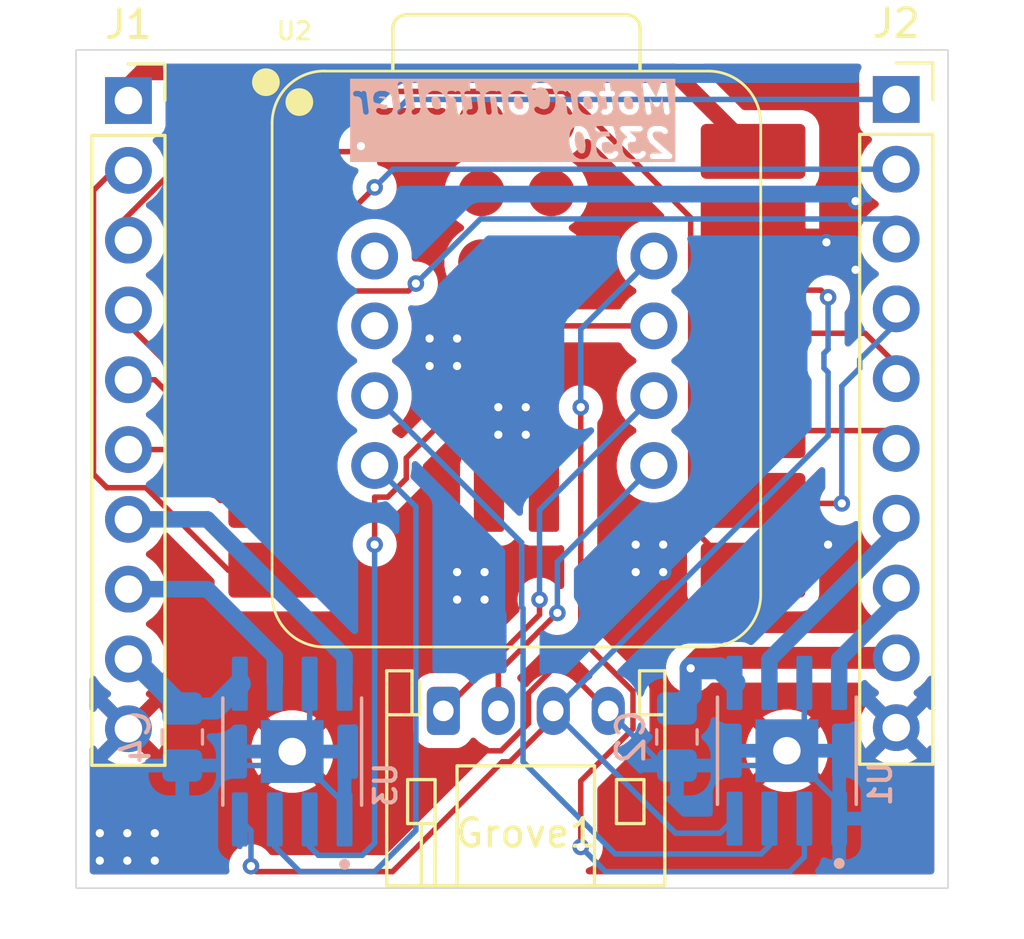
<source format=kicad_pcb>
(kicad_pcb (version 20241229) (generator "pcbnew") (generator_version "9.0")
  (layers (0 "F.Cu" signal) (2 "B.Cu" signal) (13 "F.Paste" user) (15 "B.Paste" user) (5 "F.SilkS" user "F.Silkscreen") (7 "B.SilkS" user "B.Silkscreen") (1 "F.Mask" user) (3 "B.Mask" user) (25 "Edge.Cuts" user))
  (net 0 "")
  (net 1 "GND")
  (net 2 "+BATT")
  (net 3 "/PICO_TX")
  (net 4 "/PICO_RX")
  (net 5 "/MOTOR1_ENC_A")
  (net 6 "/MOTOR1_ENC_B")
  (net 7 "/MOTOR1_OUT1")
  (net 8 "/SERVO_PWM")
  (net 9 "/MOTOR1_OUT2")
  (net 10 "+5V")
  (net 11 "/ADC0")
  (net 12 "/MOTOR2_OUT2")
  (net 13 "/ADC2")
  (net 14 "/MOTOR2_OUT1")
  (net 15 "/MOTOR2_ENC_B")
  (net 16 "/ADC1")
  (net 17 "/PHOTO")
  (net 18 "/MOTOR2_ENC_A")
  (net 19 "/MOTOR2_IN2")
  (net 20 "/MOTOR2_IN1")
  (net 21 "/MOTOR1_IN2")
  (net 22 "/MOTOR1_IN1")
  (net 23 "VCC")
  (net 24 "/SCL0")
  (net 25 "/SDA0")
  (net 35 "+BATT1")
  (footprint "Connector_PinSocket_2.54mm:PinSocket_1x10_P2.54mm_Vertical" (layer "F.Cu") (at 86.51 23.895)
    (property "Reference" "J2" (at 0 -2.77 0) (layer "F.SilkS"))
    (property "Value" "Conn_01x10")
    (fp_line (start -1.33 1.27) (end -1.33 24.19) (stroke (width 0.12)) (layer "F.SilkS"))
    (fp_line (start -1.33 1.27) (end 1.33 1.27) (stroke (width 0.12)) (layer "F.SilkS"))
    (fp_line (start -1.33 24.19) (end 1.33 24.19) (stroke (width 0.12)) (layer "F.SilkS"))
    (fp_line (start 0 -1.33) (end 1.33 -1.33) (stroke (width 0.12)) (layer "F.SilkS"))
    (fp_line (start 1.33 -1.33) (end 1.33 0) (stroke (width 0.12)) (layer "F.SilkS"))
    (fp_line (start 1.33 1.27) (end 1.33 24.19) (stroke (width 0.12)) (layer "F.SilkS"))
    (pad "1" thru_hole rect (at 0 0) (size 1.7 1.7) (drill 1) (layers "*.Cu" "*.Mask") (net 11 "/ADC0"))
    (pad "2" thru_hole circle (at 0 2.54) (size 1.7 1.7) (drill 1) (layers "*.Cu" "*.Mask") (net 16 "/ADC1"))
    (pad "3" thru_hole circle (at 0 5.08) (size 1.7 1.7) (drill 1) (layers "*.Cu" "*.Mask") (net 13 "/ADC2"))
    (pad "4" thru_hole circle (at 0 7.62) (size 1.7 1.7) (drill 1) (layers "*.Cu" "*.Mask") (net 17 "/PHOTO"))
    (pad "5" thru_hole circle (at 0 10.16) (size 1.7 1.7) (drill 1) (layers "*.Cu" "*.Mask") (net 18 "/MOTOR2_ENC_A"))
    (pad "6" thru_hole circle (at 0 12.7) (size 1.7 1.7) (drill 1) (layers "*.Cu" "*.Mask") (net 15 "/MOTOR2_ENC_B"))
    (pad "7" thru_hole circle (at 0 15.24) (size 1.7 1.7) (drill 1) (layers "*.Cu" "*.Mask") (net 14 "/MOTOR2_OUT1"))
    (pad "8" thru_hole circle (at 0 17.78) (size 1.7 1.7) (drill 1) (layers "*.Cu" "*.Mask") (net 12 "/MOTOR2_OUT2"))
    (pad "9" thru_hole circle (at 0 20.32) (size 1.7 1.7) (drill 1) (layers "*.Cu" "*.Mask") (net 35 "+BATT1"))
    (pad "10" thru_hole circle (at 0 22.86) (size 1.7 1.7) (drill 1) (layers "*.Cu" "*.Mask") (net 1 "GND"))
  )
  (footprint "Connector_JST:JST_PH_S4B-PH-K_1x04_P2.00mm_Horizontal" (layer "F.Cu") (at 70.03 46.145)
    (property "Reference" "Grove1" (at 3 4.45 0) (layer "F.SilkS"))
    (property "Value" "Conn_01x04")
    (fp_line (start -2.06 -1.46) (end -2.06 6.36) (stroke (width 0.12)) (layer "F.SilkS"))
    (fp_line (start -2.06 0.14) (end -1.14 0.14) (stroke (width 0.12)) (layer "F.SilkS"))
    (fp_line (start -2.06 6.36) (end 8.06 6.36) (stroke (width 0.12)) (layer "F.SilkS"))
    (fp_line (start -1.3 2.5) (end -1.3 4.1) (stroke (width 0.12)) (layer "F.SilkS"))
    (fp_line (start -1.3 4.1) (end -0.3 4.1) (stroke (width 0.12)) (layer "F.SilkS"))
    (fp_line (start -1.14 -1.46) (end -2.06 -1.46) (stroke (width 0.12)) (layer "F.SilkS"))
    (fp_line (start -1.14 0.14) (end -1.14 -1.46) (stroke (width 0.12)) (layer "F.SilkS"))
    (fp_line (start -0.86 0.14) (end -1.14 0.14) (stroke (width 0.12)) (layer "F.SilkS"))
    (fp_line (start -0.86 0.14) (end -0.86 -1.075) (stroke (width 0.12)) (layer "F.SilkS"))
    (fp_line (start -0.8 4.1) (end -0.8 6.36) (stroke (width 0.12)) (layer "F.SilkS"))
    (fp_line (start -0.3 2.5) (end -1.3 2.5) (stroke (width 0.12)) (layer "F.SilkS"))
    (fp_line (start -0.3 4.1) (end -0.3 2.5) (stroke (width 0.12)) (layer "F.SilkS"))
    (fp_line (start -0.3 4.1) (end -0.3 6.36) (stroke (width 0.12)) (layer "F.SilkS"))
    (fp_line (start 0.5 2) (end 5.5 2) (stroke (width 0.12)) (layer "F.SilkS"))
    (fp_line (start 0.5 6.36) (end 0.5 2) (stroke (width 0.12)) (layer "F.SilkS"))
    (fp_line (start 5.5 2) (end 5.5 6.36) (stroke (width 0.12)) (layer "F.SilkS"))
    (fp_line (start 6.3 2.5) (end 7.3 2.5) (stroke (width 0.12)) (layer "F.SilkS"))
    (fp_line (start 6.3 4.1) (end 6.3 2.5) (stroke (width 0.12)) (layer "F.SilkS"))
    (fp_line (start 7.14 -1.46) (end 7.14 0.14) (stroke (width 0.12)) (layer "F.SilkS"))
    (fp_line (start 7.14 0.14) (end 6.86 0.14) (stroke (width 0.12)) (layer "F.SilkS"))
    (fp_line (start 7.3 2.5) (end 7.3 4.1) (stroke (width 0.12)) (layer "F.SilkS"))
    (fp_line (start 7.3 4.1) (end 6.3 4.1) (stroke (width 0.12)) (layer "F.SilkS"))
    (fp_line (start 8.06 -1.46) (end 7.14 -1.46) (stroke (width 0.12)) (layer "F.SilkS"))
    (fp_line (start 8.06 0.14) (end 7.14 0.14) (stroke (width 0.12)) (layer "F.SilkS"))
    (fp_line (start 8.06 6.36) (end 8.06 -1.46) (stroke (width 0.12)) (layer "F.SilkS"))
    (pad "1" thru_hole roundrect (at 0 0) (size 1.2 1.75) (drill 0.75) (layers "*.Cu" "*.Mask") (roundrect_rratio 0.208333) (net 24 "/SCL0"))
    (pad "2" thru_hole oval (at 2 0) (size 1.2 1.75) (drill 0.75) (layers "*.Cu" "*.Mask") (net 25 "/SDA0"))
    (pad "3" thru_hole oval (at 4 0) (size 1.2 1.75) (drill 0.75) (layers "*.Cu" "*.Mask") (net 23 "VCC"))
    (pad "4" thru_hole oval (at 6 0) (size 1.2 1.75) (drill 0.75) (layers "*.Cu" "*.Mask") (net 1 "GND"))
  )
  (footprint "Connector_PinSocket_2.54mm:PinSocket_1x10_P2.54mm_Vertical" (layer "F.Cu") (at 58.57 23.935)
    (property "Reference" "J1" (at 0 -2.77 0) (layer "F.SilkS"))
    (property "Value" "Conn_01x10")
    (fp_line (start -1.33 1.27) (end -1.33 24.19) (stroke (width 0.12)) (layer "F.SilkS"))
    (fp_line (start -1.33 1.27) (end 1.33 1.27) (stroke (width 0.12)) (layer "F.SilkS"))
    (fp_line (start -1.33 24.19) (end 1.33 24.19) (stroke (width 0.12)) (layer "F.SilkS"))
    (fp_line (start 0 -1.33) (end 1.33 -1.33) (stroke (width 0.12)) (layer "F.SilkS"))
    (fp_line (start 1.33 -1.33) (end 1.33 0) (stroke (width 0.12)) (layer "F.SilkS"))
    (fp_line (start 1.33 1.27) (end 1.33 24.19) (stroke (width 0.12)) (layer "F.SilkS"))
    (pad "1" thru_hole rect (at 0 0) (size 1.7 1.7) (drill 1) (layers "*.Cu" "*.Mask") (net 10 "+5V"))
    (pad "2" thru_hole circle (at 0 2.54) (size 1.7 1.7) (drill 1) (layers "*.Cu" "*.Mask") (net 3 "/PICO_TX"))
    (pad "3" thru_hole circle (at 0 5.08) (size 1.7 1.7) (drill 1) (layers "*.Cu" "*.Mask") (net 4 "/PICO_RX"))
    (pad "4" thru_hole circle (at 0 7.62) (size 1.7 1.7) (drill 1) (layers "*.Cu" "*.Mask") (net 8 "/SERVO_PWM"))
    (pad "5" thru_hole circle (at 0 10.16) (size 1.7 1.7) (drill 1) (layers "*.Cu" "*.Mask") (net 5 "/MOTOR1_ENC_A"))
    (pad "6" thru_hole circle (at 0 12.7) (size 1.7 1.7) (drill 1) (layers "*.Cu" "*.Mask") (net 6 "/MOTOR1_ENC_B"))
    (pad "7" thru_hole circle (at 0 15.24) (size 1.7 1.7) (drill 1) (layers "*.Cu" "*.Mask") (net 7 "/MOTOR1_OUT1"))
    (pad "8" thru_hole circle (at 0 17.78) (size 1.7 1.7) (drill 1) (layers "*.Cu" "*.Mask") (net 9 "/MOTOR1_OUT2"))
    (pad "9" thru_hole circle (at 0 20.32) (size 1.7 1.7) (drill 1) (layers "*.Cu" "*.Mask") (net 2 "+BATT"))
    (pad "10" thru_hole circle (at 0 22.86) (size 1.7 1.7) (drill 1) (layers "*.Cu" "*.Mask") (net 1 "GND"))
  )
  (footprint "Seeed Studio XIAO Series Library:XIAO-RP2350-SMD" (layer "F.Cu") (at 72.606506 33.405)
    (property "Reference" "U2" (at -8 -12 0) (layer "F.SilkS") (effects (font (size 0.635 0.635) (thickness 0.1016))))
    (property "Value" "XIAO-RP2350-SMD")
    (fp_line (start -8.8075 8.509) (end -8.8075 -8.636) (stroke (width 0.1)) (layer "F.SilkS"))
    (fp_line (start -6.9025 10.414) (end 7.0675 10.414) (stroke (width 0.1)) (layer "F.SilkS"))
    (fp_line (start -4.4155 -10.553) (end -4.414784 -12.094284) (stroke (width 0.127)) (layer "F.SilkS"))
    (fp_line (start -3.914784 -12.594012) (end 4.080488 -12.594012) (stroke (width 0.127)) (layer "F.SilkS"))
    (fp_line (start 4.580488 -12.094012) (end 4.5815 -10.55) (stroke (width 0.127)) (layer "F.SilkS"))
    (fp_line (start 7.0675 -10.541) (end -6.9025 -10.541) (stroke (width 0.1)) (layer "F.SilkS"))
    (fp_line (start 8.9725 8.509) (end 8.9725 -8.636) (stroke (width 0.1)) (layer "F.SilkS"))
    (fp_arc (start -8.8075 -8.64) (mid -8.249538 -9.987038) (end -6.9025 -10.545) (stroke (width 0.1)) (layer "F.SilkS"))
    (fp_arc (start -6.9025 10.414) (mid -8.249538 9.856038) (end -8.8075 8.509) (stroke (width 0.1)) (layer "F.SilkS"))
    (fp_arc (start -4.414784 -12.094284) (mid -4.268207 -12.447619) (end -3.914784 -12.594012) (stroke (width 0.127)) (layer "F.SilkS"))
    (fp_arc (start 4.080488 -12.594012) (mid 4.434053 -12.44757) (end 4.580488 -12.094012) (stroke (width 0.127)) (layer "F.SilkS"))
    (fp_arc (start 7.0675 -10.541) (mid 8.414538 -9.983038) (end 8.9725 -8.636) (stroke (width 0.1)) (layer "F.SilkS"))
    (fp_arc (start 8.9725 8.509) (mid 8.414538 9.856038) (end 7.0675 10.414) (stroke (width 0.1)) (layer "F.SilkS"))
    (fp_circle (center -9.033512 -10.137012) (end -9.033512 -10.391012) (stroke (width 0.5)) (fill yes) (layer "F.SilkS"))
    (fp_circle (center -7.816512 -9.414012) (end -7.816512 -9.668012) (stroke (width 0.5)) (fill yes) (layer "F.SilkS"))
    (pad "1" smd roundrect (at -8.5125 -7.61 180) (size 3.775 2.02) (layers "F.Cu" "F.Mask" "F.Paste") (roundrect_rratio 0.1) (net 11 "/ADC0"))
    (pad "2" smd roundrect (at -8.5125 -5.08 180) (size 3.775 2) (layers "F.Cu" "F.Mask" "F.Paste") (roundrect_rratio 0.1) (net 16 "/ADC1"))
    (pad "3" smd roundrect (at -8.5125 -2.54 180) (size 3.775 2) (layers "F.Cu" "F.Mask" "F.Paste") (roundrect_rratio 0.1) (net 13 "/ADC2"))
    (pad "4" smd roundrect (at -8.5125 0 180) (size 3.775 2) (layers "F.Cu" "F.Mask" "F.Paste") (roundrect_rratio 0.1) (net 8 "/SERVO_PWM"))
    (pad "5" smd roundrect (at -8.5125 2.54 180) (size 3.775 2) (layers "F.Cu" "F.Mask" "F.Paste") (roundrect_rratio 0.1) (net 5 "/MOTOR1_ENC_A"))
    (pad "6" smd roundrect (at -8.5125 5.08 180) (size 3.775 2) (layers "F.Cu" "F.Mask" "F.Paste") (roundrect_rratio 0.1) (net 6 "/MOTOR1_ENC_B"))
    (pad "7" smd roundrect (at -8.5125 7.62 180) (size 3.775 2) (layers "F.Cu" "F.Mask" "F.Paste") (roundrect_rratio 0.1) (net 3 "/PICO_TX"))
    (pad "8" smd roundrect (at 8.695 7.62) (size 3.81 2) (layers "F.Cu" "F.Mask" "F.Paste") (roundrect_rratio 0.1) (net 4 "/PICO_RX"))
    (pad "9" smd roundrect (at 8.695 5.08) (size 3.81 2) (layers "F.Cu" "F.Mask" "F.Paste") (roundrect_rratio 0.1) (net 17 "/PHOTO"))
    (pad "10" smd roundrect (at 8.695 2.54) (size 3.81 2) (layers "F.Cu" "F.Mask" "F.Paste") (roundrect_rratio 0.1) (net 15 "/MOTOR2_ENC_B"))
    (pad "11" smd roundrect (at 8.695 0) (size 3.81 2) (layers "F.Cu" "F.Mask" "F.Paste") (roundrect_rratio 0.1) (net 18 "/MOTOR2_ENC_A"))
    (pad "12" smd roundrect (at 8.695 -2.57) (size 3.81 1.94) (layers "F.Cu" "F.Mask" "F.Paste") (roundrect_rratio 0.1) (net 23 "VCC"))
    (pad "13" smd roundrect (at 8.695 -5.14) (size 3.81 1.88) (layers "F.Cu" "F.Mask" "F.Paste") (roundrect_rratio 0.1) (net 1 "GND"))
    (pad "14" smd roundrect (at 8.695 -7.62) (size 3.81 2) (layers "F.Cu" "F.Mask" "F.Paste") (roundrect_rratio 0.1) (net 10 "+5V"))
    (pad "15" thru_hole circle (at 5.083494 -3.81 180) (size 1.7 1.7) (drill 1) (layers "*.Cu" "*.Mask") (net 19 "/MOTOR2_IN2"))
    (pad "16" thru_hole circle (at 5.083494 -1.27 180) (size 1.7 1.7) (drill 1) (layers "*.Cu" "*.Mask") (net 22 "/MOTOR1_IN1"))
    (pad "17" thru_hole circle (at 5.083494 1.27 180) (size 1.7 1.7) (drill 1) (layers "*.Cu" "*.Mask") (net 24 "/SCL0"))
    (pad "18" thru_hole circle (at 5.083494 3.81 180) (size 1.7 1.7) (drill 1) (layers "*.Cu" "*.Mask") (net 25 "/SDA0"))
    (pad "19" thru_hole circle (at -5.076506 3.81 180) (size 1.7 1.7) (drill 1) (layers "*.Cu" "*.Mask") (net 21 "/MOTOR1_IN2"))
    (pad "20" thru_hole circle (at -5.076506 1.27 180) (size 1.7 1.7) (drill 1) (layers "*.Cu" "*.Mask") (net 20 "/MOTOR2_IN1"))
    (pad "21" thru_hole circle (at -5.076506 -1.27 180) (size 1.7 1.7) (drill 1) (layers "*.Cu" "*.Mask"))
    (pad "22" thru_hole circle (at -5.076506 -3.81 180) (size 1.7 1.7) (drill 1) (layers "*.Cu" "*.Mask"))
    (pad "23" smd circle (at -1.1875 -8.65 180) (size 1.7 1.7) (layers "F.Cu" "F.Mask" "F.Paste"))
    (pad "24" smd circle (at -1.1875 -6.11 180) (size 1.7 1.7) (layers "F.Cu" "F.Mask" "F.Paste"))
    (pad "25" smd circle (at -1.1875 -3.57 180) (size 1.7 1.7) (layers "F.Cu" "F.Mask" "F.Paste"))
    (pad "26" smd circle (at 1.3525 -3.57 180) (size 1.7 1.7) (layers "F.Cu" "F.Mask" "F.Paste"))
    (pad "27" smd circle (at 1.3525 -6.11 180) (size 1.7 1.7) (layers "F.Cu" "F.Mask" "F.Paste"))
    (pad "28" smd circle (at 1.3525 -8.65 180) (size 1.7 1.7) (layers "F.Cu" "F.Mask" "F.Paste"))
    (pad "29" smd roundrect (at -0.9175 4.974811 270) (size 2.5 1.1) (layers "F.Cu" "F.Mask" "F.Paste") (roundrect_rratio 0.1))
    (pad "30" smd roundrect (at 1.0825 4.974811 270) (size 2.5 1.1) (layers "F.Cu" "F.Mask" "F.Paste") (roundrect_rratio 0.1))
  )
  (footprint "Capacitor_SMD:C_0805_2012Metric_Pad1.18x1.45mm_HandSolder" (layer "B.Cu") (at 60.53 47.095 -90)
    (property "Reference" "C4" (at 0 1.68 90) (layer "B.SilkS") (effects (justify mirror)))
    (property "Value" "C")
    (fp_line (start -0.261252 0.735) (end 0.261252 0.735) (stroke (width 0.12)) (layer "B.SilkS"))
    (fp_line (start -0.261252 -0.735) (end 0.261252 -0.735) (stroke (width 0.12)) (layer "B.SilkS"))
    (pad "1" smd roundrect (at -1.0375 0 270) (size 1.175 1.45) (layers "B.Cu" "B.Mask" "B.Paste") (roundrect_rratio 0.212766) (net 2 "+BATT"))
    (pad "2" smd roundrect (at 1.0375 0 270) (size 1.175 1.45) (layers "B.Cu" "B.Mask" "B.Paste") (roundrect_rratio 0.212766) (net 1 "GND"))
  )
  (footprint "Capacitor_SMD:C_0805_2012Metric_Pad1.18x1.45mm_HandSolder" (layer "B.Cu") (at 78.53 47.095 -90)
    (property "Reference" "C2" (at 0 1.68 90) (layer "B.SilkS") (effects (justify mirror)))
    (property "Value" "C")
    (fp_line (start -0.261252 0.735) (end 0.261252 0.735) (stroke (width 0.12)) (layer "B.SilkS"))
    (fp_line (start -0.261252 -0.735) (end 0.261252 -0.735) (stroke (width 0.12)) (layer "B.SilkS"))
    (pad "1" smd roundrect (at -1.0375 0 270) (size 1.175 1.45) (layers "B.Cu" "B.Mask" "B.Paste") (roundrect_rratio 0.212766) (net 35 "+BATT1"))
    (pad "2" smd roundrect (at 1.0375 0 270) (size 1.175 1.45) (layers "B.Cu" "B.Mask" "B.Paste") (roundrect_rratio 0.212766) (net 1 "GND"))
  )
  (footprint "Library:SOIC127P599X175-9N" (layer "B.Cu") (at 82.53 47.595 90)
    (property "Reference" "U1" (at -1.21 3.4 90) (layer "B.SilkS") (effects (font (size 0.787402 0.787402)) (justify mirror)))
    (property "Value" "TB67H450FNG_EL")
    (fp_line (start -1.95 -2.525) (end 1.95 -2.525) (stroke (width 0.127)) (layer "B.SilkS"))
    (fp_line (start -1.95 2.525) (end 1.95 2.525) (stroke (width 0.127)) (layer "B.SilkS"))
    (fp_circle (center -4.1 1.905) (end -4 1.905) (stroke (width 0.2)) (fill no) (layer "B.SilkS"))
    (pad "1" smd roundrect (at -2.47 1.905 90) (size 1.97 0.58) (layers "B.Cu" "B.Mask" "B.Paste") (roundrect_rratio 0.125) (net 1 "GND"))
    (pad "2" smd roundrect (at -2.47 0.635 90) (size 1.97 0.58) (layers "B.Cu" "B.Mask" "B.Paste") (roundrect_rratio 0.125) (net 19 "/MOTOR2_IN2"))
    (pad "3" smd roundrect (at -2.47 -0.635 90) (size 1.97 0.58) (layers "B.Cu" "B.Mask" "B.Paste") (roundrect_rratio 0.125) (net 20 "/MOTOR2_IN1"))
    (pad "4" smd roundrect (at -2.47 -1.905 90) (size 1.97 0.58) (layers "B.Cu" "B.Mask" "B.Paste") (roundrect_rratio 0.125) (net 23 "VCC"))
    (pad "5" smd roundrect (at 2.47 -1.905 90) (size 1.97 0.58) (layers "B.Cu" "B.Mask" "B.Paste") (roundrect_rratio 0.125) (net 35 "+BATT1"))
    (pad "6" smd roundrect (at 2.47 -0.635 90) (size 1.97 0.58) (layers "B.Cu" "B.Mask" "B.Paste") (roundrect_rratio 0.125) (net 14 "/MOTOR2_OUT1"))
    (pad "7" smd roundrect (at 2.47 0.635 90) (size 1.97 0.58) (layers "B.Cu" "B.Mask" "B.Paste") (roundrect_rratio 0.125) (net 1 "GND"))
    (pad "8" smd roundrect (at 2.47 1.905 90) (size 1.97 0.58) (layers "B.Cu" "B.Mask" "B.Paste") (roundrect_rratio 0.125) (net 12 "/MOTOR2_OUT2"))
    (pad "9" thru_hole circle (at 0 0 90) (size 2 2) (drill 1) (layers "*.Cu" "*.Mask") (net 1 "GND"))
    (pad "9" smd rect (at 0 0 90) (size 2.285 2.285) (layers "B.Cu" "B.Mask") (net 1 "GND"))
  )
  (footprint "Library:SOIC127P599X175-9N" (layer "B.Cu") (at 64.53 47.625 90)
    (property "Reference" "U3" (at -1.21 3.4 90) (layer "B.SilkS") (effects (font (size 0.787402 0.787402)) (justify mirror)))
    (property "Value" "TB67H450FNG_EL")
    (fp_line (start -1.95 -2.525) (end 1.95 -2.525) (stroke (width 0.127)) (layer "B.SilkS"))
    (fp_line (start -1.95 2.525) (end 1.95 2.525) (stroke (width 0.127)) (layer "B.SilkS"))
    (fp_circle (center -4.1 1.905) (end -4 1.905) (stroke (width 0.2)) (fill no) (layer "B.SilkS"))
    (pad "1" smd roundrect (at -2.47 1.905 90) (size 1.97 0.58) (layers "B.Cu" "B.Mask" "B.Paste") (roundrect_rratio 0.125) (net 1 "GND"))
    (pad "2" smd roundrect (at -2.47 0.635 90) (size 1.97 0.58) (layers "B.Cu" "B.Mask" "B.Paste") (roundrect_rratio 0.125) (net 22 "/MOTOR1_IN1"))
    (pad "3" smd roundrect (at -2.47 -0.635 90) (size 1.97 0.58) (layers "B.Cu" "B.Mask" "B.Paste") (roundrect_rratio 0.125) (net 21 "/MOTOR1_IN2"))
    (pad "4" smd roundrect (at -2.47 -1.905 90) (size 1.97 0.58) (layers "B.Cu" "B.Mask" "B.Paste") (roundrect_rratio 0.125) (net 23 "VCC"))
    (pad "5" smd roundrect (at 2.47 -1.905 90) (size 1.97 0.58) (layers "B.Cu" "B.Mask" "B.Paste") (roundrect_rratio 0.125) (net 2 "+BATT"))
    (pad "6" smd roundrect (at 2.47 -0.635 90) (size 1.97 0.58) (layers "B.Cu" "B.Mask" "B.Paste") (roundrect_rratio 0.125) (net 9 "/MOTOR1_OUT2"))
    (pad "7" smd roundrect (at 2.47 0.635 90) (size 1.97 0.58) (layers "B.Cu" "B.Mask" "B.Paste") (roundrect_rratio 0.125) (net 1 "GND"))
    (pad "8" smd roundrect (at 2.47 1.905 90) (size 1.97 0.58) (layers "B.Cu" "B.Mask" "B.Paste") (roundrect_rratio 0.125) (net 7 "/MOTOR1_OUT1"))
    (pad "9" thru_hole circle (at 0 0 90) (size 2 2) (drill 1) (layers "*.Cu" "*.Mask") (net 1 "GND"))
    (pad "9" smd rect (at 0 0 90) (size 2.285 2.285) (layers "B.Cu" "B.Mask") (net 1 "GND"))
  )
  (gr_rect (start 56.665 22.095) (end 88.395 52.595) (stroke (width 0.05)) (fill no) (layer "Edge.Cuts"))
  (gr_text "MotorController\n2350" (at 78.53 26.095 0) (layer "B.SilkS" knockout) (effects (font (size 1 1) (thickness 0.2) (bold yes) (italic yes)) (justify left bottom mirror)))
  (segment (start 74.030794 44.595) (end 74.48 44.595) (width 0.2) (layer "F.Cu") (net 1))
  (segment (start 73.129 46.595206) (end 73.129 45.496794) (width 0.2) (layer "F.Cu") (net 1))
  (segment (start 81.301506 28.265) (end 82.2 28.265) (width 0.2) (layer "F.Cu") (net 1))
  (segment (start 64.557 47.598) (end 72.126206 47.598) (width 0.2) (layer "F.Cu") (net 1))
  (segment (start 72.126206 47.598) (end 73.129 46.595206) (width 0.2) (layer "F.Cu") (net 1))
  (segment (start 64.53 47.625) (end 64.557 47.598) (width 0.2) (layer "F.Cu") (net 1))
  (segment (start 74.48 44.595) (end 76.03 46.145) (width 0.2) (layer "F.Cu") (net 1))
  (segment (start 82.2 28.265) (end 83.029999 29.094999) (width 1) (layer "F.Cu") (net 1))
  (segment (start 83.029999 29.094999) (end 83.97 29.094999) (width 1) (layer "F.Cu") (net 1))
  (segment (start 73.129 45.496794) (end 74.030794 44.595) (width 0.2) (layer "F.Cu") (net 1))
  (via (at 72.03 36.095) (size 0.6) (drill 0.3) (layers "F.Cu" "B.Cu") (net 1))
  (via (at 85.03 30.095) (size 0.6) (drill 0.3) (layers "F.Cu" "B.Cu") (net 1))
  (via (at 73.03 36.095) (size 0.6) (drill 0.3) (layers "F.Cu" "B.Cu") (net 1))
  (via (at 77.03 41.095) (size 0.6) (drill 0.3) (layers "F.Cu" "B.Cu") (net 1))
  (via (at 59.53 50.595) (size 0.6) (drill 0.3) (layers "F.Cu" "B.Cu") (net 1))
  (via (at 84.03 40.095) (size 0.6) (drill 0.3) (layers "F.Cu" "B.Cu") (net 1))
  (via (at 70.53 33.595) (size 0.6) (drill 0.3) (layers "F.Cu" "B.Cu") (net 1))
  (via (at 69.53 33.595) (size 0.6) (drill 0.3) (layers "F.Cu" "B.Cu") (net 1))
  (via (at 77.03 40.095) (size 0.6) (drill 0.3) (layers "F.Cu" "B.Cu") (net 1))
  (via (at 85.03 27.595) (size 0.6) (drill 0.3) (layers "F.Cu" "B.Cu") (net 1))
  (via (at 59.53 51.595) (size 0.6) (drill 0.3) (layers "F.Cu" "B.Cu") (net 1))
  (via (at 57.53 50.595) (size 0.6) (drill 0.3) (layers "F.Cu" "B.Cu") (net 1))
  (via (at 72.03 35.095) (size 0.6) (drill 0.3) (layers "F.Cu" "B.Cu") (net 1))
  (via (at 71.53 41.095) (size 0.6) (drill 0.3) (layers "F.Cu" "B.Cu") (net 1))
  (via (at 70.53 41.095) (size 0.6) (drill 0.3) (layers "F.Cu" "B.Cu") (net 1))
  (via (at 58.53 50.595) (size 0.6) (drill 0.3) (layers "F.Cu" "B.Cu") (net 1))
  (via (at 58.53 51.595) (size 0.6) (drill 0.3) (layers "F.Cu" "B.Cu") (net 1))
  (via (at 78.03 40.095) (size 0.6) (drill 0.3) (layers "F.Cu" "B.Cu") (net 1))
  (via (at 71.53 42.095) (size 0.6) (drill 0.3) (layers "F.Cu" "B.Cu") (net 1))
  (via (at 70.53 42.095) (size 0.6) (drill 0.3) (layers "F.Cu" "B.Cu") (net 1))
  (via (at 70.53 32.595) (size 0.6) (drill 0.3) (layers "F.Cu" "B.Cu") (net 1))
  (via (at 73.03 35.095) (size 0.6) (drill 0.3) (layers "F.Cu" "B.Cu") (net 1))
  (via (at 69.53 32.595) (size 0.6) (drill 0.3) (layers "F.Cu" "B.Cu") (net 1))
  (via (at 57.53 51.595) (size 0.6) (drill 0.3) (layers "F.Cu" "B.Cu") (net 1))
  (via (at 83.97 29.094999) (size 0.6) (drill 0.3) (layers "F.Cu" "B.Cu") (net 1))
  (via (at 78.03 41.095) (size 0.6) (drill 0.3) (layers "F.Cu" "B.Cu") (net 1))
  (segment (start 78.0175 48.1325) (end 78.53 48.1325) (width 0.2) (layer "B.Cu") (net 1))
  (segment (start 66.435 49.53) (end 66.435 50.095) (width 0.2) (layer "B.Cu") (net 1))
  (segment (start 84.435 49.5) (end 84.435 50.065) (width 0.2) (layer "B.Cu") (net 1))
  (segment (start 83.165 45.125) (end 83.165 46.96) (width 0.2) (layer "B.Cu") (net 1))
  (segment (start 81.9925 48.1325) (end 82.53 47.595) (width 0.2) (layer "B.Cu") (net 1))
  (segment (start 60.53 48.1325) (end 64.0225 48.1325) (width 0.2) (layer "B.Cu") (net 1))
  (segment (start 65.165 46.99) (end 64.53 47.625) (width 0.2) (layer "B.Cu") (net 1))
  (segment (start 64.53 47.625) (end 66.435 49.53) (width 0.2) (layer "B.Cu") (net 1))
  (segment (start 78.53 48.1325) (end 81.9925 48.1325) (width 0.2) (layer "B.Cu") (net 1))
  (segment (start 65.165 45.155) (end 65.165 46.99) (width 0.2) (layer "B.Cu") (net 1))
  (segment (start 64.0225 48.1325) (end 64.53 47.625) (width 0.2) (layer "B.Cu") (net 1))
  (segment (start 76.03 46.145) (end 78.0175 48.1325) (width 0.2) (layer "B.Cu") (net 1))
  (segment (start 82.53 47.595) (end 84.435 49.5) (width 0.2) (layer "B.Cu") (net 1))
  (segment (start 83.165 46.96) (end 82.53 47.595) (width 0.2) (layer "B.Cu") (net 1))
  (segment (start 61.7225 46.0575) (end 62.625 45.155) (width 0.8) (layer "B.Cu") (net 2))
  (segment (start 60.53 46.0575) (end 61.7225 46.0575) (width 0.8) (layer "B.Cu") (net 2))
  (segment (start 58.57 44.255) (end 58.7275 44.255) (width 0.8) (layer "B.Cu") (net 2))
  (segment (start 58.7275 44.255) (end 60.53 46.0575) (width 0.8) (layer "B.Cu") (net 2))
  (segment (start 59.205506 38.024) (end 62.206506 41.025) (width 0.2) (layer "F.Cu") (net 3))
  (segment (start 62.206506 41.025) (end 64.094006 41.025) (width 0.2) (layer "F.Cu") (net 3))
  (segment (start 58.03 26.475) (end 57.3 27.205) (width 0.2) (layer "F.Cu") (net 3))
  (segment (start 57.79124 38.024) (end 59.205506 38.024) (width 0.2) (layer "F.Cu") (net 3))
  (segment (start 57.3 37.53276) (end 57.79124 38.024) (width 0.2) (layer "F.Cu") (net 3))
  (segment (start 57.3 27.205) (end 57.3 37.53276) (width 0.2) (layer "F.Cu") (net 3))
  (segment (start 80.622442 41.025) (end 81.301506 41.025) (width 0.2) (layer "F.Cu") (net 4))
  (segment (start 58.03 28.648558) (end 63.074558 23.604) (width 0.2) (layer "F.Cu") (net 4))
  (segment (start 63.074558 23.604) (end 74.435766 23.604) (width 0.2) (layer "F.Cu") (net 4))
  (segment (start 79.03 39.432558) (end 80.622442 41.025) (width 0.2) (layer "F.Cu") (net 4))
  (segment (start 58.03 29.015) (end 58.03 28.648558) (width 0.2) (layer "F.Cu") (net 4))
  (segment (start 79.03 28.198234) (end 79.03 39.432558) (width 0.2) (layer "F.Cu") (net 4))
  (segment (start 74.435766 23.604) (end 79.03 28.198234) (width 0.2) (layer "F.Cu") (net 4))
  (segment (start 58.03 34.095) (end 59.53 34.095) (width 0.2) (layer "F.Cu") (net 5))
  (segment (start 61.38 35.945) (end 64.094006 35.945) (width 0.2) (layer "F.Cu") (net 5))
  (segment (start 59.53 34.095) (end 61.38 35.945) (width 0.2) (layer "F.Cu") (net 5))
  (segment (start 60.07 36.635) (end 61.92 38.485) (width 0.2) (layer "F.Cu") (net 6))
  (segment (start 58.03 36.635) (end 60.07 36.635) (width 0.2) (layer "F.Cu") (net 6))
  (segment (start 61.92 38.485) (end 64.094006 38.485) (width 0.2) (layer "F.Cu") (net 6))
  (segment (start 66.435 44.170001) (end 66.435 45.155) (width 0.6) (layer "B.Cu") (net 7))
  (segment (start 58.03 39.175) (end 61.439999 39.175) (width 0.6) (layer "B.Cu") (net 7))
  (segment (start 58.03 39.175) (end 58.03 39.095) (width 0.6) (layer "B.Cu") (net 7))
  (segment (start 61.439999 39.175) (end 66.435 44.170001) (width 0.6) (layer "B.Cu") (net 7))
  (segment (start 64.094006 33.405) (end 59.88 33.405) (width 0.2) (layer "F.Cu") (net 8))
  (segment (start 59.88 33.405) (end 58.03 31.555) (width 0.2) (layer "F.Cu") (net 8))
  (segment (start 63.895 44.170001) (end 61.439999 41.715) (width 0.6) (layer "B.Cu") (net 9))
  (segment (start 63.895 45.155) (end 63.895 44.170001) (width 0.6) (layer "B.Cu") (net 9))
  (segment (start 61.439999 41.715) (end 58.03 41.715) (width 0.6) (layer "B.Cu") (net 9))
  (segment (start 59.069 22.896) (end 78.412506 22.896) (width 0.6) (layer "F.Cu") (net 10))
  (segment (start 58.03 23.935) (end 59.069 22.896) (width 0.6) (layer "F.Cu") (net 10))
  (segment (start 78.412506 22.896) (end 81.301506 25.785) (width 0.6) (layer "F.Cu") (net 10))
  (segment (start 66.83 25.795) (end 64.094006 25.795) (width 0.2) (layer "F.Cu") (net 11))
  (segment (start 67.03 25.595) (end 66.83 25.795) (width 0.2) (layer "F.Cu") (net 11))
  (via (at 67.03 25.595) (size 0.6) (drill 0.3) (layers "F.Cu" "B.Cu") (net 11))
  (segment (start 86.51 23.895) (end 68.73 23.895) (width 0.2) (layer "B.Cu") (net 11))
  (segment (start 68.73 23.895) (end 67.03 25.595) (width 0.2) (layer "B.Cu") (net 11))
  (segment (start 84.435 45.125) (end 84.435 44.27) (width 0.6) (layer "B.Cu") (net 12))
  (segment (start 86.51 42.195) (end 86.51 41.675) (width 0.6) (layer "B.Cu") (net 12))
  (segment (start 84.435 44.27) (end 86.51 42.195) (width 0.6) (layer "B.Cu") (net 12))
  (segment (start 69.03 30.595) (end 68.76 30.865) (width 0.2) (layer "F.Cu") (net 13))
  (segment (start 68.76 30.865) (end 64.094006 30.865) (width 0.2) (layer "F.Cu") (net 13))
  (via (at 69.03 30.595) (size 0.6) (drill 0.3) (layers "F.Cu" "B.Cu") (net 13))
  (segment (start 86.51 28.455) (end 86.299997 28.244997) (width 0.2) (layer "B.Cu") (net 13))
  (segment (start 86.51 28.975) (end 86.51 28.455) (width 0.2) (layer "B.Cu") (net 13))
  (segment (start 71.380003 28.244997) (end 69.03 30.595) (width 0.2) (layer "B.Cu") (net 13))
  (segment (start 86.299997 28.244997) (end 71.380003 28.244997) (width 0.2) (layer "B.Cu") (net 13))
  (segment (start 81.895 44.27) (end 81.895 45.125) (width 0.6) (layer "B.Cu") (net 14))
  (segment (start 86.51 39.655) (end 81.895 44.27) (width 0.6) (layer "B.Cu") (net 14))
  (segment (start 86.51 39.135) (end 86.51 39.655) (width 0.6) (layer "B.Cu") (net 14))
  (segment (start 81.301506 35.945) (end 86.38 35.945) (width 0.2) (layer "F.Cu") (net 15))
  (segment (start 86.51 36.075) (end 86.51 36.595) (width 0.2) (layer "F.Cu") (net 15))
  (segment (start 86.38 35.945) (end 86.51 36.075) (width 0.2) (layer "F.Cu") (net 15))
  (segment (start 67.53 27.095) (end 66.3 28.325) (width 0.2) (layer "F.Cu") (net 16))
  (segment (start 66.3 28.325) (end 64.094006 28.325) (width 0.2) (layer "F.Cu") (net 16))
  (via (at 67.53 27.095) (size 0.6) (drill 0.3) (layers "F.Cu" "B.Cu") (net 16))
  (segment (start 86.51 26.435) (end 68.19 26.435) (width 0.2) (layer "B.Cu") (net 16))
  (segment (start 68.19 26.435) (end 67.53 27.095) (width 0.2) (layer "B.Cu") (net 16))
  (segment (start 84.53 38.595) (end 81.411506 38.595) (width 0.2) (layer "F.Cu") (net 17))
  (segment (start 81.411506 38.595) (end 81.301506 38.485) (width 0.2) (layer "F.Cu") (net 17))
  (via (at 84.53 38.595) (size 0.6) (drill 0.3) (layers "F.Cu" "B.Cu") (net 17))
  (segment (start 85.18 33.674239) (end 84.53 34.324239) (width 0.2) (layer "B.Cu") (net 17))
  (segment (start 84.53 34.324239) (end 84.53 38.595) (width 0.2) (layer "B.Cu") (net 17))
  (segment (start 86.51 32.035) (end 85.18 33.365) (width 0.2) (layer "B.Cu") (net 17))
  (segment (start 85.18 33.365) (end 85.18 33.674239) (width 0.2) (layer "B.Cu") (net 17))
  (segment (start 86.51 31.515) (end 86.51 32.035) (width 0.2) (layer "B.Cu") (net 17))
  (segment (start 81.301506 33.405) (end 82.301506 32.405) (width 0.2) (layer "F.Cu") (net 18))
  (segment (start 82.301506 32.405) (end 85.38 32.405) (width 0.2) (layer "F.Cu") (net 18))
  (segment (start 85.38 32.405) (end 86.51 33.535) (width 0.2) (layer "F.Cu") (net 18))
  (segment (start 86.51 33.535) (end 86.51 34.055) (width 0.2) (layer "F.Cu") (net 18))
  (segment (start 75.03 51.095) (end 75.03 48.694206) (width 0.2) (layer "F.Cu") (net 19))
  (segment (start 75.03 43.529315) (end 75.03 35.095) (width 0.2) (layer "F.Cu") (net 19))
  (segment (start 75.03 48.694206) (end 76.931 46.793206) (width 0.2) (layer "F.Cu") (net 19))
  (segment (start 76.931 46.793206) (end 76.931 45.430315) (width 0.2) (layer "F.Cu") (net 19))
  (segment (start 76.931 45.430315) (end 75.03 43.529315) (width 0.2) (layer "F.Cu") (net 19))
  (via (at 75.03 35.095) (size 0.6) (drill 0.3) (layers "F.Cu" "B.Cu") (net 19))
  (via (at 75.03 51.095) (size 0.6) (drill 0.3) (layers "F.Cu" "B.Cu") (net 19))
  (segment (start 75.03 35.095) (end 75.03 32.255) (width 0.2) (layer "B.Cu") (net 19))
  (segment (start 82.631 51.994) (end 75.929 51.994) (width 0.2) (layer "B.Cu") (net 19))
  (segment (start 83.165 50.065) (end 83.165 51.46) (width 0.2) (layer "B.Cu") (net 19))
  (segment (start 75.03 32.255) (end 77.69 29.595) (width 0.2) (layer "B.Cu") (net 19))
  (segment (start 75.929 51.994) (end 75.03 51.095) (width 0.2) (layer "B.Cu") (net 19))
  (segment (start 83.165 51.46) (end 82.631 51.994) (width 0.2) (layer "B.Cu") (net 19))
  (segment (start 81.593999 51.351) (end 76.286 51.351) (width 0.2) (layer "B.Cu") (net 20))
  (segment (start 81.895 50.065) (end 81.895 51.049999) (width 0.2) (layer "B.Cu") (net 20))
  (segment (start 72.931 42.415239) (end 72.88 42.364239) (width 0.2) (layer "B.Cu") (net 20))
  (segment (start 76.286 51.351) (end 72.931 47.996) (width 0.2) (layer "B.Cu") (net 20))
  (segment (start 72.88 40.025) (end 67.53 34.675) (width 0.2) (layer "B.Cu") (net 20))
  (segment (start 72.931 47.996) (end 72.931 42.415239) (width 0.2) (layer "B.Cu") (net 20))
  (segment (start 72.88 42.364239) (end 72.88 40.025) (width 0.2) (layer "B.Cu") (net 20))
  (segment (start 81.895 51.049999) (end 81.593999 51.351) (width 0.2) (layer "B.Cu") (net 20))
  (segment (start 67.53 51.994) (end 69.03 50.494) (width 0.2) (layer "B.Cu") (net 21))
  (segment (start 69.03 50.494) (end 69.03 38.715) (width 0.2) (layer "B.Cu") (net 21))
  (segment (start 64.809001 51.994) (end 67.53 51.994) (width 0.2) (layer "B.Cu") (net 21))
  (segment (start 69.03 38.715) (end 67.53 37.215) (width 0.2) (layer "B.Cu") (net 21))
  (segment (start 63.895 51.079999) (end 64.809001 51.994) (width 0.2) (layer "B.Cu") (net 21))
  (segment (start 63.895 50.095) (end 63.895 51.079999) (width 0.2) (layer "B.Cu") (net 21))
  (segment (start 77.69 32.135) (end 73.49 32.135) (width 0.2) (layer "F.Cu") (net 22))
  (segment (start 68.681 37.69176) (end 68.00676 38.366) (width 0.2) (layer "F.Cu") (net 22))
  (segment (start 68.681 36.944) (end 68.681 37.69176) (width 0.2) (layer "F.Cu") (net 22))
  (segment (start 67.53 38.366) (end 67.53 40.095) (width 0.2) (layer "F.Cu") (net 22))
  (segment (start 73.49 32.135) (end 68.681 36.944) (width 0.2) (layer "F.Cu") (net 22))
  (segment (start 68.00676 38.366) (end 67.53 38.366) (width 0.2) (layer "F.Cu") (net 22))
  (via (at 67.53 40.095) (size 0.6) (drill 0.3) (layers "F.Cu" "B.Cu") (net 22))
  (segment (start 67.53 50.950651) (end 67.53 40.095) (width 0.2) (layer "B.Cu") (net 22))
  (segment (start 67.080326 51.400325) (end 67.53 50.950651) (width 0.2) (layer "B.Cu") (net 22))
  (segment (start 65.485326 51.400325) (end 67.080326 51.400325) (width 0.2) (layer "B.Cu") (net 22))
  (segment (start 65.165 50.095) (end 65.165 51.079999) (width 0.2) (layer "B.Cu") (net 22))
  (segment (start 65.165 51.079999) (end 65.485326 51.400325) (width 0.2) (layer "B.Cu") (net 22))
  (segment (start 72.452 47.998) (end 72.177 47.998) (width 0.2) (layer "F.Cu") (net 23))
  (segment (start 63.229 51.994) (end 63.03 51.795) (width 0.2) (layer "F.Cu") (net 23))
  (segment (start 72.177 47.998) (end 68.181 51.994) (width 0.2) (layer "F.Cu") (net 23))
  (segment (start 74.03 46.145) (end 74.03 46.42) (width 0.2) (layer "F.Cu") (net 23))
  (segment (start 74.03 46.42) (end 72.452 47.998) (width 0.2) (layer "F.Cu") (net 23))
  (segment (start 68.181 51.994) (end 63.229 51.994) (width 0.2) (layer "F.Cu") (net 23))
  (segment (start 83.77 30.835) (end 84.03 31.095) (width 0.2) (layer "F.Cu") (net 23))
  (segment (start 81.301506 30.835) (end 83.77 30.835) (width 0.2) (layer "F.Cu") (net 23))
  (via (at 84.03 31.095) (size 0.6) (drill 0.3) (layers "F.Cu" "B.Cu") (net 23))
  (via (at 63.03 51.795) (size 0.6) (drill 0.3) (layers "F.Cu" "B.Cu") (net 23))
  (segment (start 80.095 50.595) (end 80.625 50.065) (width 0.2) (layer "B.Cu") (net 23))
  (segment (start 83.88 33.135761) (end 83.88 33.674239) (width 0.2) (layer "B.Cu") (net 23))
  (segment (start 74.03 46.145) (end 78.48 50.595) (width 0.2) (layer "B.Cu") (net 23))
  (segment (start 63.03 50.5) (end 62.625 50.095) (width 0.2) (layer "B.Cu") (net 23))
  (segment (start 62.625 50.095) (end 62.625 51.079999) (width 0.2) (layer "B.Cu") (net 23))
  (segment (start 78.48 50.595) (end 80.095 50.595) (width 0.2) (layer "B.Cu") (net 23))
  (segment (start 84.03 33.824239) (end 84.03 36.145) (width 0.2) (layer "B.Cu") (net 23))
  (segment (start 84.03 32.985761) (end 83.88 33.135761) (width 0.2) (layer "B.Cu") (net 23))
  (segment (start 84.03 36.145) (end 74.03 46.145) (width 0.2) (layer "B.Cu") (net 23))
  (segment (start 63.03 51.795) (end 63.03 50.5) (width 0.2) (layer "B.Cu") (net 23))
  (segment (start 84.03 31.095) (end 84.03 32.985761) (width 0.2) (layer "B.Cu") (net 23))
  (segment (start 83.88 33.674239) (end 84.03 33.824239) (width 0.2) (layer "B.Cu") (net 23))
  (segment (start 73.53 42.645) (end 73.53 42.095) (width 0.2) (layer "F.Cu") (net 24))
  (segment (start 70.03 46.145) (end 73.53 42.645) (width 0.2) (layer "F.Cu") (net 24))
  (via (at 73.53 42.095) (size 0.6) (drill 0.3) (layers "F.Cu" "B.Cu") (net 24))
  (segment (start 73.53 42.095) (end 73.53 38.835) (width 0.2) (layer "B.Cu") (net 24))
  (segment (start 73.53 38.835) (end 77.69 34.675) (width 0.2) (layer "B.Cu") (net 24))
  (segment (start 72.03 44.730323) (end 74.18 42.580323) (width 0.2) (layer "F.Cu") (net 25))
  (segment (start 72.03 46.145) (end 72.03 44.730323) (width 0.2) (layer "F.Cu") (net 25))
  (via (at 74.18 42.580323) (size 0.6) (drill 0.3) (layers "F.Cu" "B.Cu") (net 25))
  (segment (start 77.69 37.215) (end 74.18 40.725) (width 0.2) (layer "B.Cu") (net 25))
  (segment (start 74.18 40.725) (end 74.18 42.580323) (width 0.2) (layer "B.Cu") (net 25))
  (segment (start 79.41 44.215) (end 79.03 44.595) (width 0.8) (layer "F.Cu") (net 35))
  (segment (start 86.51 44.215) (end 79.41 44.215) (width 0.8) (layer "F.Cu") (net 35))
  (via (at 79.03 44.595) (size 0.6) (drill 0.3) (layers "F.Cu" "B.Cu") (net 35))
  (segment (start 80.095 44.595) (end 80.625 45.125) (width 0.8) (layer "B.Cu") (net 35))
  (segment (start 79.03 44.595) (end 80.095 44.595) (width 0.8) (layer "B.Cu") (net 35))
  (segment (start 79.03 45.5575) (end 78.53 46.0575) (width 0.8) (layer "B.Cu") (net 35))
  (segment (start 79.03 44.595) (end 79.03 45.5575) (width 0.8) (layer "B.Cu") (net 35))
  (zone (net 1) (net_name "GND") (layers "F.Cu" "B.Cu") (connect_pads (clearance 0.5)) (min_thickness 0.25) (fill yes (thermal_gap 0.5) (thermal_bridge_width 0.5))
    (polygon (pts (xy 54.53 21.095) (xy 54.53 54.095) (xy 91.03 54.095) (xy 91.03 21.095)))
  )
)
</source>
